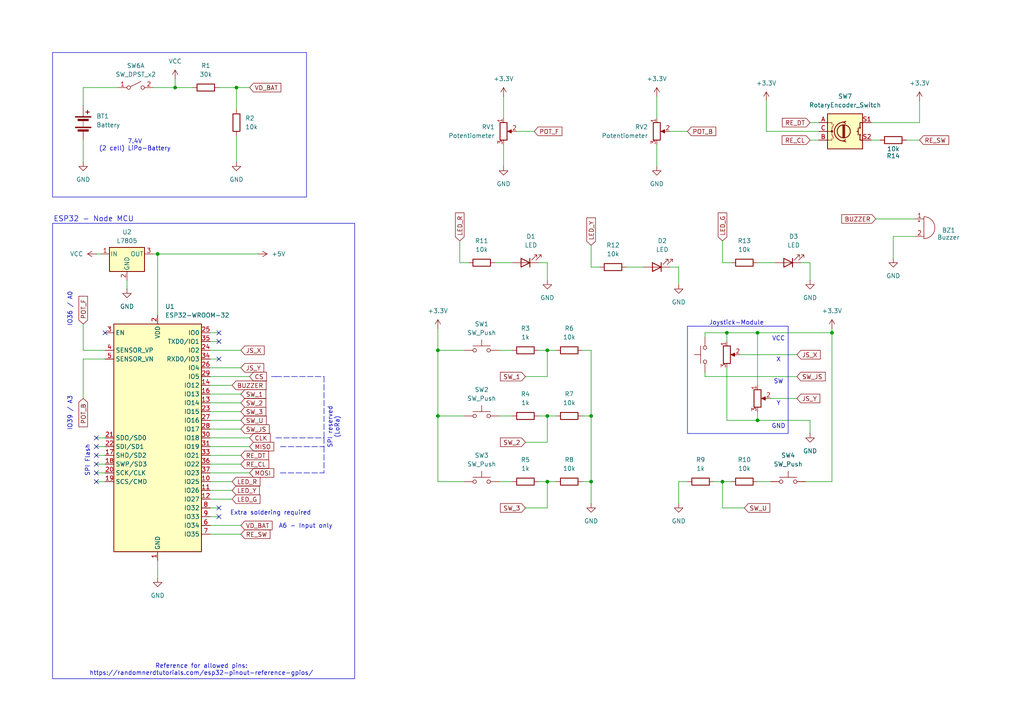
<source format=kicad_sch>
(kicad_sch (version 20231120) (generator "eeschema") (generator_version "8.0")
  (paper "A4")
  (title_block (title "SpellBox") (date "2024-11-05") (rev "Mk0.1.0") (company "Sy (Samuel Nösslböck) - CircleLab/CornerLab Inc."))
  (lib_symbols
    (symbol "Device:Battery" (pin_numbers hide) (pin_names (offset 0) hide)
      (property "Reference" "BT" (at 2.54 2.54 0))
      (property "Value" "Battery" (at 2.54 0 0))
      (symbol "Battery_0_1"
        (rectangle (start -2.286 -1.27) (end 2.286 -1.524) (fill (type outline)))
        (rectangle (start -2.286 1.778) (end 2.286 1.524) (fill (type outline)))
        (rectangle (start -1.524 -2.032) (end 1.524 -2.54) (fill (type outline)))
        (rectangle (start -1.524 1.016) (end 1.524 0.508) (fill (type outline)))
        (polyline (pts (xy 0 -1.016) (xy 0 -0.762)))
        (polyline (pts (xy 0 -0.508) (xy 0 -0.254)))
        (polyline (pts (xy 0 0) (xy 0 0.254)))
        (polyline (pts (xy 0 1.778) (xy 0 2.54)))
        (polyline (pts (xy 0.762 3.048) (xy 1.778 3.048)) (stroke (width 0.254)))
        (polyline (pts (xy 1.27 3.556) (xy 1.27 2.54)) (stroke (width 0.254)))
      )
      (symbol "Battery_1_1"
        (pin passive line (at 0 5.08 270) (length 2.54) (name "+") (number "1"))
        (pin passive line (at 0 -5.08 90) (length 2.54) (name "-") (number "2"))
      )
    )
    (symbol "Device:Buzzer" (pin_names (offset 0.0254) hide)
      (property "Reference" "BZ" (at 3.81 1.27 0))
      (property "Value" "Buzzer" (at 3.81 -1.27 0))
      (symbol "Buzzer_0_1"
        (arc (start 0 -3.175) (mid 3.1612 0) (end 0 3.175))
        (polyline (pts (xy -1.651 1.905) (xy -1.143 1.905)))
        (polyline (pts (xy -1.397 2.159) (xy -1.397 1.651)))
        (polyline (pts (xy 0 3.175) (xy 0 -3.175)))
      )
      (symbol "Buzzer_1_1"
        (pin passive line (at -2.54 2.54 0) (length 2.54) (name "+") (number "1"))
        (pin passive line (at -2.54 -2.54 0) (length 2.54) (name "-") (number "2"))
      )
    )
    (symbol "Device:LED" (pin_numbers hide) (pin_names (offset 1.016) hide)
      (property "Reference" "D" (at 0 2.54 0))
      (property "Value" "LED" (at 0 -2.54 0))
      (symbol "LED_0_1"
        (polyline (pts (xy -1.27 -1.27) (xy -1.27 1.27)) (stroke (width 0.254)))
        (polyline (pts (xy -1.27 0) (xy 1.27 0)))
        (polyline (pts (xy 1.27 -1.27) (xy 1.27 1.27) (xy -1.27 0) (xy 1.27 -1.27)) (stroke (width 0.254)))
        (polyline (pts (xy -3.048 -0.762) (xy -4.572 -2.286) (xy -3.81 -2.286) (xy -4.572 -2.286) (xy -4.572 -1.524)))
        (polyline (pts (xy -1.778 -0.762) (xy -3.302 -2.286) (xy -2.54 -2.286) (xy -3.302 -2.286) (xy -3.302 -1.524)))
      )
      (symbol "LED_1_1"
        (pin passive line (at -3.81 0 0) (length 2.54) (name "K") (number "1"))
        (pin passive line (at 3.81 0 180) (length 2.54) (name "A") (number "2"))
      )
    )
    (symbol "Device:R" (pin_numbers hide) (pin_names (offset 0))
      (property "Reference" "R" (at 2.032 0 90))
      (property "Value" "R" (at 0 0 90))
      (symbol "R_0_1"
        (rectangle (start -1.016 -2.54) (end 1.016 2.54) (stroke (width 0.254)))
      )
      (symbol "R_1_1"
        (pin passive line (at 0 3.81 270) (length 1.27) (name "~") (number "1"))
        (pin passive line (at 0 -3.81 90) (length 1.27) (name "~") (number "2"))
      )
    )
    (symbol "Device:R_Potentiometer" (pin_names (offset 1.016) hide)
      (property "Reference" "RV" (at -4.445 0 90))
      (property "Value" "R_Potentiometer" (at -2.54 0 90))
      (symbol "R_Potentiometer_0_1"
        (polyline (pts (xy 2.54 0) (xy 1.524 0)))
        (polyline (pts (xy 1.143 0) (xy 2.286 0.508) (xy 2.286 -0.508) (xy 1.143 0)) (fill (type outline)))
        (rectangle (start 1.016 2.54) (end -1.016 -2.54) (stroke (width 0.254)))
      )
      (symbol "R_Potentiometer_1_1"
        (pin passive line (at 0 3.81 270) (length 1.27) (name "1") (number "1"))
        (pin passive line (at 3.81 0 180) (length 1.27) (name "2") (number "2"))
        (pin passive line (at 0 -3.81 90) (length 1.27) (name "3") (number "3"))
      )
    )
    (symbol "Device:RotaryEncoder_Switch" (pin_names (offset 0.254) hide)
      (property "Reference" "SW" (at 0 6.604 0))
      (property "Value" "RotaryEncoder_Switch" (at 0 -6.604 0))
      (symbol "RotaryEncoder_Switch_0_1"
        (rectangle (start -5.08 5.08) (end 5.08 -5.08) (stroke (width 0.254)) (fill (type background)))
        (circle (center -3.81 0) (radius 0.254) (fill (type outline)))
        (circle (center -0.381 0) (radius 1.905) (stroke (width 0.254)))
        (arc (start -0.381 2.667) (mid -3.0988 -0.0635) (end -0.381 -2.794) (stroke (width 0.254)))
        (polyline (pts (xy -0.635 -1.778) (xy -0.635 1.778)) (stroke (width 0.254)))
        (polyline (pts (xy -0.381 -1.778) (xy -0.381 1.778)) (stroke (width 0.254)))
        (polyline (pts (xy -0.127 1.778) (xy -0.127 -1.778)) (stroke (width 0.254)))
        (polyline (pts (xy 3.81 0) (xy 3.429 0)) (stroke (width 0.254)))
        (polyline (pts (xy 3.81 1.016) (xy 3.81 -1.016)) (stroke (width 0.254)))
        (polyline (pts (xy -5.08 -2.54) (xy -3.81 -2.54) (xy -3.81 -2.032)))
        (polyline (pts (xy -5.08 2.54) (xy -3.81 2.54) (xy -3.81 2.032)))
        (polyline (pts (xy 0.254 -3.048) (xy -0.508 -2.794) (xy 0.127 -2.413)) (stroke (width 0.254)))
        (polyline (pts (xy 0.254 2.921) (xy -0.508 2.667) (xy 0.127 2.286)) (stroke (width 0.254)))
        (polyline (pts (xy 5.08 -2.54) (xy 4.318 -2.54) (xy 4.318 -1.016)) (stroke (width 0.254)))
        (polyline (pts (xy 5.08 2.54) (xy 4.318 2.54) (xy 4.318 1.016)) (stroke (width 0.254)))
        (polyline (pts (xy -5.08 0) (xy -3.81 0) (xy -3.81 -1.016) (xy -3.302 -2.032)))
        (polyline (pts (xy -4.318 0) (xy -3.81 0) (xy -3.81 1.016) (xy -3.302 2.032)))
        (circle (center 4.318 -1.016) (radius 0.127) (stroke (width 0.254)))
        (circle (center 4.318 1.016) (radius 0.127) (stroke (width 0.254)))
      )
      (symbol "RotaryEncoder_Switch_1_1"
        (pin passive line (at -7.62 2.54 0) (length 2.54) (name "A") (number "A"))
        (pin passive line (at -7.62 -2.54 0) (length 2.54) (name "B") (number "B"))
        (pin passive line (at -7.62 0 0) (length 2.54) (name "C") (number "C"))
        (pin passive line (at 7.62 2.54 180) (length 2.54) (name "S1") (number "S1"))
        (pin passive line (at 7.62 -2.54 180) (length 2.54) (name "S2") (number "S2"))
      )
    )
    (symbol "RF_Module:ESP32-WROOM-32"
      (property "Reference" "U" (at -12.7 34.29 0))
      (property "Value" "ESP32-WROOM-32" (at 1.27 34.29 0))
      (symbol "ESP32-WROOM-32_0_1"
        (rectangle (start -12.7 33.02) (end 12.7 -33.02) (stroke (width 0.254)) (fill (type background)))
      )
      (symbol "ESP32-WROOM-32_1_1"
        (pin power_in line (at 0 -35.56 90) (length 2.54) (name "GND") (number "1"))
        (pin bidirectional line (at 15.24 -12.7 180) (length 2.54) (name "IO25") (number "10"))
        (pin bidirectional line (at 15.24 -15.24 180) (length 2.54) (name "IO26") (number "11"))
        (pin bidirectional line (at 15.24 -17.78 180) (length 2.54) (name "IO27") (number "12"))
        (pin bidirectional line (at 15.24 10.16 180) (length 2.54) (name "IO14") (number "13"))
        (pin bidirectional line (at 15.24 15.24 180) (length 2.54) (name "IO12") (number "14"))
        (pin passive line (at 0 -35.56 90) (length 2.54) hide (name "GND") (number "15"))
        (pin bidirectional line (at 15.24 12.7 180) (length 2.54) (name "IO13") (number "16"))
        (pin bidirectional line (at -15.24 -5.08 0) (length 2.54) (name "SHD/SD2") (number "17"))
        (pin bidirectional line (at -15.24 -7.62 0) (length 2.54) (name "SWP/SD3") (number "18"))
        (pin bidirectional line (at -15.24 -12.7 0) (length 2.54) (name "SCS/CMD") (number "19"))
        (pin power_in line (at 0 35.56 270) (length 2.54) (name "VDD") (number "2"))
        (pin bidirectional line (at -15.24 -10.16 0) (length 2.54) (name "SCK/CLK") (number "20"))
        (pin bidirectional line (at -15.24 0 0) (length 2.54) (name "SDO/SD0") (number "21"))
        (pin bidirectional line (at -15.24 -2.54 0) (length 2.54) (name "SDI/SD1") (number "22"))
        (pin bidirectional line (at 15.24 7.62 180) (length 2.54) (name "IO15") (number "23"))
        (pin bidirectional line (at 15.24 25.4 180) (length 2.54) (name "IO2") (number "24"))
        (pin bidirectional line (at 15.24 30.48 180) (length 2.54) (name "IO0") (number "25"))
        (pin bidirectional line (at 15.24 20.32 180) (length 2.54) (name "IO4") (number "26"))
        (pin bidirectional line (at 15.24 5.08 180) (length 2.54) (name "IO16") (number "27"))
        (pin bidirectional line (at 15.24 2.54 180) (length 2.54) (name "IO17") (number "28"))
        (pin bidirectional line (at 15.24 17.78 180) (length 2.54) (name "IO5") (number "29"))
        (pin input line (at -15.24 30.48 0) (length 2.54) (name "EN") (number "3"))
        (pin bidirectional line (at 15.24 0 180) (length 2.54) (name "IO18") (number "30"))
        (pin bidirectional line (at 15.24 -2.54 180) (length 2.54) (name "IO19") (number "31"))
        (pin no_connect line (at -12.7 -27.94 0) (length 2.54) hide (name "NC") (number "32"))
        (pin bidirectional line (at 15.24 -5.08 180) (length 2.54) (name "IO21") (number "33"))
        (pin bidirectional line (at 15.24 22.86 180) (length 2.54) (name "RXD0/IO3") (number "34"))
        (pin bidirectional line (at 15.24 27.94 180) (length 2.54) (name "TXD0/IO1") (number "35"))
        (pin bidirectional line (at 15.24 -7.62 180) (length 2.54) (name "IO22") (number "36"))
        (pin bidirectional line (at 15.24 -10.16 180) (length 2.54) (name "IO23") (number "37"))
        (pin passive line (at 0 -35.56 90) (length 2.54) hide (name "GND") (number "38"))
        (pin passive line (at 0 -35.56 90) (length 2.54) hide (name "GND") (number "39"))
        (pin input line (at -15.24 25.4 0) (length 2.54) (name "SENSOR_VP") (number "4"))
        (pin input line (at -15.24 22.86 0) (length 2.54) (name "SENSOR_VN") (number "5"))
        (pin input line (at 15.24 -25.4 180) (length 2.54) (name "IO34") (number "6"))
        (pin input line (at 15.24 -27.94 180) (length 2.54) (name "IO35") (number "7"))
        (pin bidirectional line (at 15.24 -20.32 180) (length 2.54) (name "IO32") (number "8"))
        (pin bidirectional line (at 15.24 -22.86 180) (length 2.54) (name "IO33") (number "9"))
      )
    )
    (symbol "Regulator_Linear:L7805" (pin_names (offset 0.254))
      (property "Reference" "U" (at -3.81 3.175 0))
      (property "Value" "L7805" (at 0 3.175 0))
      (symbol "L7805_0_1"
        (rectangle (start -5.08 1.905) (end 5.08 -5.08) (stroke (width 0.254)) (fill (type background)))
      )
      (symbol "L7805_1_1"
        (pin power_in line (at -7.62 0 0) (length 2.54) (name "IN") (number "1"))
        (pin power_in line (at 0 -7.62 90) (length 2.54) (name "GND") (number "2"))
        (pin power_out line (at 7.62 0 180) (length 2.54) (name "OUT") (number "3"))
      )
    )
    (symbol "Switch:SW_DPST_x2" (pin_names (offset 0) hide)
      (property "Reference" "SW" (at 0 3.175 0))
      (property "Value" "SW_DPST_x2" (at 0 -2.54 0))
      (symbol "SW_DPST_x2_0_0"
        (circle (center -2.032 0) (radius 0.508))
        (polyline (pts (xy -1.524 0.254) (xy 1.524 1.778)))
        (circle (center 2.032 0) (radius 0.508))
      )
      (symbol "SW_DPST_x2_1_1"
        (pin passive line (at -5.08 0 0) (length 2.54) (name "A") (number "1"))
        (pin passive line (at 5.08 0 180) (length 2.54) (name "B") (number "2"))
      )
      (symbol "SW_DPST_x2_2_1"
        (pin passive line (at -5.08 0 0) (length 2.54) (name "A") (number "3"))
        (pin passive line (at 5.08 0 180) (length 2.54) (name "B") (number "4"))
      )
    )
    (symbol "Switch:SW_Push" (pin_numbers hide) (pin_names (offset 1.016) hide)
      (property "Reference" "SW" (at 1.27 2.54 0))
      (property "Value" "SW_Push" (at 0 -1.524 0))
      (symbol "SW_Push_0_1"
        (circle (center -2.032 0) (radius 0.508))
        (polyline (pts (xy 0 1.27) (xy 0 3.048)))
        (polyline (pts (xy 2.54 1.27) (xy -2.54 1.27)))
        (circle (center 2.032 0) (radius 0.508))
        (pin passive line (at -5.08 0 0) (length 2.54) (name "1") (number "1"))
        (pin passive line (at 5.08 0 180) (length 2.54) (name "2") (number "2"))
      )
    )
    (symbol "power:+3.3V" (power) (pin_numbers hide) (pin_names (offset 0) hide)
      (property "Value" "+3.3V" (at 0 3.556 0))
      (symbol "+3.3V_0_1"
        (polyline (pts (xy -0.762 1.27) (xy 0 2.54)))
        (polyline (pts (xy 0 0) (xy 0 2.54)))
        (polyline (pts (xy 0 2.54) (xy 0.762 1.27)))
      )
      (symbol "+3.3V_1_1"
        (pin power_in line (at 0 0 90) (length 0) (name "~") (number "1"))
      )
    )
    (symbol "power:+5V" (power) (pin_numbers hide) (pin_names (offset 0) hide)
      (property "Value" "+5V" (at 0 3.556 0))
      (symbol "+5V_0_1"
        (polyline (pts (xy -0.762 1.27) (xy 0 2.54)))
        (polyline (pts (xy 0 0) (xy 0 2.54)))
        (polyline (pts (xy 0 2.54) (xy 0.762 1.27)))
      )
      (symbol "+5V_1_1"
        (pin power_in line (at 0 0 90) (length 0) (name "~") (number "1"))
      )
    )
    (symbol "power:GND" (power) (pin_numbers hide) (pin_names (offset 0) hide)
      (property "Value" "GND" (at 0 -3.81 0))
      (symbol "GND_0_1"
        (polyline (pts (xy 0 0) (xy 0 -1.27) (xy 1.27 -1.27) (xy 0 -2.54) (xy -1.27 -1.27) (xy 0 -1.27)))
      )
      (symbol "GND_1_1"
        (pin power_in line (at 0 0 270) (length 0) (name "~") (number "1"))
      )
    )
    (symbol "power:VCC" (power) (pin_numbers hide) (pin_names (offset 0) hide)
      (property "Value" "VCC" (at 0 3.556 0))
      (symbol "VCC_0_1"
        (polyline (pts (xy -0.762 1.27) (xy 0 2.54)))
        (polyline (pts (xy 0 0) (xy 0 2.54)))
        (polyline (pts (xy 0 2.54) (xy 0.762 1.27)))
      )
      (symbol "VCC_1_1"
        (pin power_in line (at 0 0 90) (length 0) (name "~") (number "1"))
      )
    )
  )
  (junction (at 171.45 120.65))
  (junction (at 219.71 96.52))
  (junction (at 158.75 120.65))
  (junction (at 127 120.65))
  (junction (at 209.55 139.7))
  (junction (at 50.8 25.4))
  (junction (at 171.45 139.7))
  (junction (at 210.82 96.52))
  (junction (at 45.72 73.66))
  (junction (at 127 101.6))
  (junction (at 241.3 96.52))
  (junction (at 158.75 101.6))
  (junction (at 68.58 25.4))
  (junction (at 219.71 121.92))
  (junction (at 158.75 139.7))
  (no_connect (at 27.94 127))
  (no_connect (at 63.5 96.52))
  (no_connect (at 63.5 147.32))
  (no_connect (at 30.48 96.52))
  (no_connect (at 27.94 134.62))
  (no_connect (at 63.5 149.86))
  (no_connect (at 63.5 104.14))
  (no_connect (at 27.94 137.16))
  (no_connect (at 27.94 129.54))
  (no_connect (at 27.94 139.7))
  (no_connect (at 27.94 132.08))
  (no_connect (at 63.5 99.06))
  (wire (pts (xy 210.82 121.92) (xy 219.71 121.92)))
  (wire (pts (xy 259.08 74.93) (xy 259.08 68.58)))
  (wire (pts (xy 194.31 38.1) (xy 199.39 38.1)))
  (wire (pts (xy 241.3 96.52) (xy 241.3 95.25)))
  (wire (pts (xy 209.55 139.7) (xy 212.09 139.7)))
  (wire (pts (xy 27.94 127) (xy 30.48 127)))
  (wire (pts (xy 259.08 68.58) (xy 265.43 68.58)))
  (wire (pts (xy 171.45 71.12) (xy 171.45 77.47)))
  (wire (pts (xy 210.82 96.52) (xy 219.71 96.52)))
  (wire (pts (xy 219.71 96.52) (xy 219.71 111.76)))
  (polyline (pts (xy 80.01 109.22) (xy 93.98 109.22)) (stroke (width 0) (type dash)))
  (wire (pts (xy 68.58 39.37) (xy 68.58 46.99)))
  (wire (pts (xy 44.45 73.66) (xy 45.72 73.66)))
  (wire (pts (xy 45.72 162.56) (xy 45.72 167.64)))
  (wire (pts (xy 158.75 120.65) (xy 161.29 120.65)))
  (wire (pts (xy 241.3 96.52) (xy 241.3 139.7)))
  (wire (pts (xy 27.94 73.66) (xy 29.21 73.66)))
  (wire (pts (xy 24.13 104.14) (xy 30.48 104.14)))
  (wire (pts (xy 204.47 109.22) (xy 231.14 109.22)))
  (wire (pts (xy 50.8 25.4) (xy 55.88 25.4)))
  (wire (pts (xy 152.4 109.22) (xy 158.75 109.22)))
  (wire (pts (xy 219.71 96.52) (xy 241.3 96.52)))
  (wire (pts (xy 158.75 139.7) (xy 161.29 139.7)))
  (polyline (pts (xy 93.98 127) (xy 93.98 129.54)) (stroke (width 0) (type dash)))
  (wire (pts (xy 168.91 101.6) (xy 171.45 101.6)))
  (wire (pts (xy 60.96 109.22) (xy 72.39 109.22)))
  (wire (pts (xy 127 95.25) (xy 127 101.6)))
  (wire (pts (xy 232.41 76.2) (xy 234.95 76.2)))
  (wire (pts (xy 36.83 81.28) (xy 36.83 83.82)))
  (wire (pts (xy 60.96 121.92) (xy 69.85 121.92)))
  (wire (pts (xy 196.85 146.05) (xy 196.85 139.7)))
  (wire (pts (xy 63.5 25.4) (xy 68.58 25.4)))
  (wire (pts (xy 60.96 124.46) (xy 69.85 124.46)))
  (wire (pts (xy 44.45 25.4) (xy 50.8 25.4)))
  (wire (pts (xy 127 101.6) (xy 127 120.65)))
  (wire (pts (xy 27.94 137.16) (xy 30.48 137.16)))
  (wire (pts (xy 222.25 29.21) (xy 222.25 38.1)))
  (wire (pts (xy 209.55 76.2) (xy 212.09 76.2)))
  (wire (pts (xy 204.47 109.22) (xy 204.47 107.95)))
  (wire (pts (xy 144.78 139.7) (xy 148.59 139.7)))
  (wire (pts (xy 68.58 25.4) (xy 72.39 25.4)))
  (wire (pts (xy 127 120.65) (xy 127 139.7)))
  (wire (pts (xy 60.96 132.08) (xy 69.85 132.08)))
  (wire (pts (xy 215.9 147.32) (xy 209.55 147.32)))
  (wire (pts (xy 127 139.7) (xy 134.62 139.7)))
  (wire (pts (xy 60.96 144.78) (xy 67.31 144.78)))
  (wire (pts (xy 209.55 69.85) (xy 209.55 76.2)))
  (wire (pts (xy 241.3 139.7) (xy 233.68 139.7)))
  (wire (pts (xy 60.96 152.4) (xy 69.85 152.4)))
  (wire (pts (xy 133.35 69.85) (xy 133.35 76.2)))
  (wire (pts (xy 149.86 38.1) (xy 154.94 38.1)))
  (wire (pts (xy 60.96 154.94) (xy 69.85 154.94)))
  (wire (pts (xy 190.5 27.94) (xy 190.5 34.29)))
  (wire (pts (xy 127 101.6) (xy 134.62 101.6)))
  (wire (pts (xy 146.05 27.94) (xy 146.05 34.29)))
  (wire (pts (xy 144.78 120.65) (xy 148.59 120.65)))
  (wire (pts (xy 171.45 139.7) (xy 171.45 146.05)))
  (polyline (pts (xy 93.98 129.54) (xy 93.98 137.16)) (stroke (width 0) (type dash)))
  (wire (pts (xy 60.96 134.62) (xy 69.85 134.62)))
  (wire (pts (xy 194.31 77.47) (xy 196.85 77.47)))
  (wire (pts (xy 234.95 76.2) (xy 234.95 81.28)))
  (wire (pts (xy 152.4 128.27) (xy 158.75 128.27)))
  (wire (pts (xy 60.96 127) (xy 72.39 127)))
  (wire (pts (xy 60.96 114.3) (xy 69.85 114.3)))
  (wire (pts (xy 144.78 101.6) (xy 148.59 101.6)))
  (wire (pts (xy 156.21 101.6) (xy 158.75 101.6)))
  (wire (pts (xy 27.94 132.08) (xy 30.48 132.08)))
  (wire (pts (xy 210.82 106.68) (xy 210.82 121.92)))
  (wire (pts (xy 252.73 40.64) (xy 255.27 40.64)))
  (wire (pts (xy 24.13 93.98) (xy 24.13 101.6)))
  (wire (pts (xy 146.05 41.91) (xy 146.05 48.26)))
  (wire (pts (xy 171.45 101.6) (xy 171.45 120.65)))
  (wire (pts (xy 171.45 77.47) (xy 173.99 77.47)))
  (wire (pts (xy 196.85 139.7) (xy 199.39 139.7)))
  (wire (pts (xy 60.96 96.52) (xy 63.5 96.52)))
  (wire (pts (xy 219.71 119.38) (xy 219.71 121.92)))
  (wire (pts (xy 24.13 40.64) (xy 24.13 46.99)))
  (wire (pts (xy 252.73 35.56) (xy 266.7 35.56)))
  (wire (pts (xy 181.61 77.47) (xy 186.69 77.47)))
  (wire (pts (xy 158.75 101.6) (xy 161.29 101.6)))
  (wire (pts (xy 204.47 97.79) (xy 204.47 96.52)))
  (wire (pts (xy 158.75 128.27) (xy 158.75 120.65)))
  (wire (pts (xy 60.96 129.54) (xy 72.39 129.54)))
  (wire (pts (xy 210.82 99.06) (xy 210.82 96.52)))
  (polyline (pts (xy 78.74 109.22) (xy 80.01 109.22)))
  (wire (pts (xy 60.96 104.14) (xy 63.5 104.14)))
  (wire (pts (xy 196.85 77.47) (xy 196.85 82.55)))
  (wire (pts (xy 60.96 116.84) (xy 69.85 116.84)))
  (wire (pts (xy 234.95 40.64) (xy 237.49 40.64)))
  (wire (pts (xy 158.75 109.22) (xy 158.75 101.6)))
  (wire (pts (xy 219.71 76.2) (xy 224.79 76.2)))
  (wire (pts (xy 60.96 99.06) (xy 63.5 99.06)))
  (polyline (pts (xy 93.98 109.22) (xy 93.98 127)) (stroke (width 0) (type dash)))
  (wire (pts (xy 60.96 111.76) (xy 67.31 111.76)))
  (wire (pts (xy 68.58 25.4) (xy 68.58 31.75)))
  (wire (pts (xy 24.13 101.6) (xy 30.48 101.6)))
  (polyline (pts (xy 80.01 127) (xy 93.98 127)) (stroke (width 0) (type dash)))
  (wire (pts (xy 234.95 121.92) (xy 234.95 125.73)))
  (wire (pts (xy 266.7 35.56) (xy 266.7 29.21)))
  (wire (pts (xy 50.8 22.86) (xy 50.8 25.4)))
  (wire (pts (xy 207.01 139.7) (xy 209.55 139.7)))
  (wire (pts (xy 156.21 120.65) (xy 158.75 120.65)))
  (wire (pts (xy 45.72 73.66) (xy 45.72 91.44)))
  (wire (pts (xy 60.96 139.7) (xy 67.31 139.7)))
  (wire (pts (xy 190.5 41.91) (xy 190.5 48.26)))
  (wire (pts (xy 152.4 147.32) (xy 158.75 147.32)))
  (wire (pts (xy 219.71 139.7) (xy 223.52 139.7)))
  (wire (pts (xy 27.94 129.54) (xy 30.48 129.54)))
  (wire (pts (xy 209.55 147.32) (xy 209.55 139.7)))
  (wire (pts (xy 60.96 101.6) (xy 69.85 101.6)))
  (wire (pts (xy 27.94 134.62) (xy 30.48 134.62)))
  (wire (pts (xy 171.45 120.65) (xy 171.45 139.7)))
  (wire (pts (xy 24.13 25.4) (xy 34.29 25.4)))
  (wire (pts (xy 223.52 115.57) (xy 231.14 115.57)))
  (wire (pts (xy 60.96 137.16) (xy 72.39 137.16)))
  (wire (pts (xy 60.96 147.32) (xy 63.5 147.32)))
  (wire (pts (xy 262.89 40.64) (xy 266.7 40.64)))
  (wire (pts (xy 254 63.5) (xy 265.43 63.5)))
  (wire (pts (xy 171.45 120.65) (xy 168.91 120.65)))
  (wire (pts (xy 214.63 102.87) (xy 231.14 102.87)))
  (wire (pts (xy 143.51 76.2) (xy 148.59 76.2)))
  (wire (pts (xy 171.45 139.7) (xy 168.91 139.7)))
  (wire (pts (xy 219.71 121.92) (xy 234.95 121.92)))
  (wire (pts (xy 156.21 139.7) (xy 158.75 139.7)))
  (wire (pts (xy 222.25 38.1) (xy 237.49 38.1)))
  (wire (pts (xy 127 120.65) (xy 134.62 120.65)))
  (wire (pts (xy 158.75 147.32) (xy 158.75 139.7)))
  (wire (pts (xy 60.96 149.86) (xy 63.5 149.86)))
  (wire (pts (xy 133.35 76.2) (xy 135.89 76.2)))
  (wire (pts (xy 45.72 73.66) (xy 74.93 73.66)))
  (wire (pts (xy 156.21 76.2) (xy 158.75 76.2)))
  (polyline (pts (xy 81.28 129.54) (xy 93.98 129.54)) (stroke (width 0) (type dash)))
  (wire (pts (xy 60.96 142.24) (xy 67.31 142.24)))
  (wire (pts (xy 158.75 76.2) (xy 158.75 81.28)))
  (wire (pts (xy 60.96 119.38) (xy 69.85 119.38)))
  (wire (pts (xy 60.96 106.68) (xy 69.85 106.68)))
  (wire (pts (xy 27.94 139.7) (xy 30.48 139.7)))
  (polyline (pts (xy 81.28 137.16) (xy 93.98 137.16)) (stroke (width 0) (type dash)))
  (wire (pts (xy 204.47 96.52) (xy 210.82 96.52)))
  (wire (pts (xy 24.13 25.4) (xy 24.13 30.48)))
  (wire (pts (xy 234.95 35.56) (xy 237.49 35.56)))
  (wire (pts (xy 24.13 104.14) (xy 24.13 115.57)))
  (rectangle (start 199.39 94.615) (end 228.6 125.73))
  (rectangle (start 15.24 64.77) (end 102.87 196.85))
  (rectangle (start 15.24 15.24) (end 88.9 57.15))
  (text "A6 - Input only" (at 88.646 152.654 0) (effects (font (size 1.27 1.27))))
  (text "Reference for allowed pins:\nhttps://randomnerdtutorials.com/esp32-pinout-reference-gpios/" (at 58.42 194.31 0) (effects (font (size 1.27 1.27))))
  (text "Joystick-Module" (at 213.614 93.726 0) (effects (font (size 1.27 1.27))))
  (text "GND" (at 225.806 123.698 0) (effects (font (size 1.27 1.27))))
  (text "SW" (at 225.806 110.744 0) (effects (font (size 1.27 1.27))))
  (text "IO39 / A3" (at 20.32 119.888 90) (effects (font (size 1.27 1.27))))
  (text "SPI Flash" (at 25.4 133.604 90) (effects (font (size 1.27 1.27))))
  (text "VCC" (at 225.806 98.298 0) (effects (font (size 1.27 1.27))))
  (text "ESP32 - Node MCU" (at 15.494 64.516 0) (effects (font (size 1.524 1.524)) (justify left bottom)))
  (text "Y" (at 225.806 117.094 0) (effects (font (size 1.27 1.27))))
  (text "7.4V\n(2 cell) LiPo-Battery" (at 39.116 42.164 0) (effects (font (size 1.27 1.27))))
  (text "X" (at 225.806 104.394 0) (effects (font (size 1.27 1.27))))
  (text "SPI reserved\n(LoRa)" (at 96.774 123.952 90) (effects (font (size 1.27 1.27))))
  (text "IO36 / A0" (at 20.32 89.662 90) (effects (font (size 1.27 1.27))))
  (text "Extra soldering required" (at 78.486 148.844 0) (effects (font (size 1.27 1.27))))
  (global_label "RE_CL" (shape input) (at 69.85 134.62 0) (property "Intersheetrefs" "${INTERSHEET_REFS}" (effects (hide yes))))
  (global_label "SW_U" (shape input) (at 215.9 147.32 0) (property "Intersheetrefs" "${INTERSHEET_REFS}" (effects (hide yes))))
  (global_label "LED_R" (shape input) (at 133.35 69.85 90) (property "Intersheetrefs" "${INTERSHEET_REFS}" (effects (hide yes))))
  (global_label "RE_SW" (shape input) (at 69.85 154.94 0) (property "Intersheetrefs" "${INTERSHEET_REFS}" (effects (hide yes))))
  (global_label "SW_2" (shape input) (at 152.4 128.27 180) (property "Intersheetrefs" "${INTERSHEET_REFS}" (effects (hide yes))))
  (global_label "SW_U" (shape input) (at 69.85 121.92 0) (property "Intersheetrefs" "${INTERSHEET_REFS}" (effects (hide yes))))
  (global_label "VD_BAT" (shape input) (at 69.85 152.4 0) (property "Intersheetrefs" "${INTERSHEET_REFS}" (effects (hide yes))))
  (global_label "RE_CL" (shape input) (at 234.95 40.64 180) (property "Intersheetrefs" "${INTERSHEET_REFS}" (effects (hide yes))))
  (global_label "MISO" (shape input) (at 72.39 129.54 0) (property "Intersheetrefs" "${INTERSHEET_REFS}" (effects (hide yes))))
  (global_label "JS_X" (shape input) (at 231.14 102.87 0) (property "Intersheetrefs" "${INTERSHEET_REFS}" (effects (hide yes))))
  (global_label "LED_Y" (shape input) (at 171.45 71.12 90) (property "Intersheetrefs" "${INTERSHEET_REFS}" (effects (hide yes))))
  (global_label "SW_1" (shape input) (at 69.85 114.3 0) (property "Intersheetrefs" "${INTERSHEET_REFS}" (effects (hide yes))))
  (global_label "SW_2" (shape input) (at 69.85 116.84 0) (property "Intersheetrefs" "${INTERSHEET_REFS}" (effects (hide yes))))
  (global_label "LED_G" (shape input) (at 209.55 69.85 90) (property "Intersheetrefs" "${INTERSHEET_REFS}" (effects (hide yes))))
  (global_label "POT_F" (shape input) (at 154.94 38.1 0) (property "Intersheetrefs" "${INTERSHEET_REFS}" (effects (hide yes))))
  (global_label "SW_JS" (shape input) (at 231.14 109.22 0) (property "Intersheetrefs" "${INTERSHEET_REFS}" (effects (hide yes))))
  (global_label "BUZZER" (shape input) (at 254 63.5 180) (property "Intersheetrefs" "${INTERSHEET_REFS}" (effects (hide yes))))
  (global_label "CS" (shape input) (at 72.39 109.22 0) (property "Intersheetrefs" "${INTERSHEET_REFS}" (effects (hide yes))))
  (global_label "BUZZER" (shape input) (at 67.31 111.76 0) (property "Intersheetrefs" "${INTERSHEET_REFS}" (effects (hide yes))))
  (global_label "LED_G" (shape input) (at 67.31 144.78 0) (property "Intersheetrefs" "${INTERSHEET_REFS}" (effects (hide yes))))
  (global_label "POT_B" (shape input) (at 24.13 115.57 270) (property "Intersheetrefs" "${INTERSHEET_REFS}" (effects (hide yes))))
  (global_label "RE_DT" (shape input) (at 234.95 35.56 180) (property "Intersheetrefs" "${INTERSHEET_REFS}" (effects (hide yes))))
  (global_label "JS_Y" (shape input) (at 69.85 106.68 0) (property "Intersheetrefs" "${INTERSHEET_REFS}" (effects (hide yes))))
  (global_label "LED_Y" (shape input) (at 67.31 142.24 0) (property "Intersheetrefs" "${INTERSHEET_REFS}" (effects (hide yes))))
  (global_label "LED_R" (shape input) (at 67.31 139.7 0) (property "Intersheetrefs" "${INTERSHEET_REFS}" (effects (hide yes))))
  (global_label "VD_BAT" (shape input) (at 72.39 25.4 0) (property "Intersheetrefs" "${INTERSHEET_REFS}" (effects (hide yes))))
  (global_label "CLK" (shape input) (at 72.39 127 0) (property "Intersheetrefs" "${INTERSHEET_REFS}" (effects (hide yes))))
  (global_label "SW_1" (shape input) (at 152.4 109.22 180) (property "Intersheetrefs" "${INTERSHEET_REFS}" (effects (hide yes))))
  (global_label "SW_JS" (shape input) (at 69.85 124.46 0) (property "Intersheetrefs" "${INTERSHEET_REFS}" (effects (hide yes))))
  (global_label "RE_SW" (shape input) (at 266.7 40.64 0) (property "Intersheetrefs" "${INTERSHEET_REFS}" (effects (hide yes))))
  (global_label "SW_3" (shape input) (at 152.4 147.32 180) (property "Intersheetrefs" "${INTERSHEET_REFS}" (effects (hide yes))))
  (global_label "SW_3" (shape input) (at 69.85 119.38 0) (property "Intersheetrefs" "${INTERSHEET_REFS}" (effects (hide yes))))
  (global_label "POT_B" (shape input) (at 199.39 38.1 0) (property "Intersheetrefs" "${INTERSHEET_REFS}" (effects (hide yes))))
  (global_label "JS_X" (shape input) (at 69.85 101.6 0) (property "Intersheetrefs" "${INTERSHEET_REFS}" (effects (hide yes))))
  (global_label "MOSI" (shape input) (at 72.39 137.16 0) (property "Intersheetrefs" "${INTERSHEET_REFS}" (effects (hide yes))))
  (global_label "JS_Y" (shape input) (at 231.14 115.57 0) (property "Intersheetrefs" "${INTERSHEET_REFS}" (effects (hide yes))))
  (global_label "POT_F" (shape input) (at 24.13 93.98 90) (property "Intersheetrefs" "${INTERSHEET_REFS}" (effects (hide yes))))
  (global_label "RE_DT" (shape input) (at 69.85 132.08 0) (property "Intersheetrefs" "${INTERSHEET_REFS}" (effects (hide yes))))
  (symbol (lib_id "power:GND") (at 24.13 46.99 0) (unit 1)
    (property "Reference" "#PWR01" (effects (hide yes)))
    (property "Value" "GND" (at 24.13 52.07 0))
    (property "Description" "Power symbol creates a global label with name \"GND\" , ground" (effects (hide yes)))
  )
  (symbol (lib_id "Device:Buzzer") (at 267.97 66.04 0) (unit 1)
    (property "Reference" "BZ1" (at 277.114 66.802 0) (effects (justify right)))
    (property "Value" "Buzzer" (at 278.384 68.834 0) (effects (justify right)))
    (property "Description" "Buzzer, polarized" (effects (hide yes)))
  )
  (symbol (lib_id "Device:R") (at 139.7 76.2 270) (unit 1)
    (property "Reference" "R11" (at 139.7 69.85 90))
    (property "Value" "10k" (at 139.7 72.39 90))
    (property "Description" "Resistor" (effects (hide yes)))
  )
  (symbol (lib_id "Device:R") (at 215.9 76.2 270) (unit 1)
    (property "Reference" "R13" (at 215.9 69.85 90))
    (property "Value" "10k" (at 215.9 72.39 90))
    (property "Description" "Resistor" (effects (hide yes)))
  )
  (symbol (lib_id "power:GND") (at 36.83 83.82 0) (unit 1)
    (property "Reference" "#PWR04" (effects (hide yes)))
    (property "Value" "GND" (at 36.83 88.9 0))
    (property "Description" "Power symbol creates a global label with name \"GND\" , ground" (effects (hide yes)))
  )
  (symbol (lib_id "power:GND") (at 196.85 82.55 0) (unit 1)
    (property "Reference" "#PWR022" (effects (hide yes)))
    (property "Value" "GND" (at 196.85 87.63 0))
    (property "Description" "Power symbol creates a global label with name \"GND\" , ground" (effects (hide yes)))
  )
  (symbol (lib_id "RF_Module:ESP32-WROOM-32") (at 45.72 127 0) (unit 1)
    (property "Reference" "U1" (at 47.9141 88.9 0) (effects (justify left)))
    (property "Value" "ESP32-WROOM-32" (at 47.9141 91.44 0) (effects (justify left)))
    (property "Footprint" "RF_Module:ESP32-WROOM-32" (effects (hide yes)))
    (property "Datasheet" "https://www.espressif.com/sites/default/files/documentation/esp32-wroom-32_datasheet_en.pdf" (effects (hide yes)))
    (property "Description" "RF Module, ESP32-D0WDQ6 SoC, Wi-Fi 802.11b/g/n, Bluetooth, BLE, 32-bit, 2.7-3.6V, onboard antenna, SMD" (effects (hide yes)))
  )
  (symbol (lib_id "power:+3.3V") (at 241.3 95.25 0) (unit 1)
    (property "Reference" "#PWR015" (effects (hide yes)))
    (property "Value" "+3.3V" (at 241.3 90.17 0))
    (property "Description" "Power symbol creates a global label with name \"+3.3V\"" (effects (hide yes)))
  )
  (symbol (lib_id "Device:R") (at 259.08 40.64 270) (unit 1)
    (property "Reference" "R14" (at 259.08 45.212 90))
    (property "Value" "10k" (at 259.08 43.18 90))
    (property "Description" "Resistor" (effects (hide yes)))
  )
  (symbol (lib_id "Device:LED") (at 228.6 76.2 180) (unit 1)
    (property "Reference" "D3" (at 230.1875 68.58 0))
    (property "Value" "LED" (at 230.1875 71.12 0))
    (property "Description" "Light emitting diode" (effects (hide yes)))
  )
  (symbol (lib_id "Device:R_Potentiometer") (at 190.5 38.1 0) (unit 1)
    (property "Reference" "RV2" (at 187.96 36.8299 0) (effects (justify right)))
    (property "Value" "Potentiometer" (at 187.96 39.3699 0) (effects (justify right)))
    (property "Description" "Potentiometer" (effects (hide yes)))
  )
  (symbol (lib_id "power:GND") (at 45.72 167.64 0) (unit 1)
    (property "Reference" "#PWR05" (effects (hide yes)))
    (property "Value" "GND" (at 45.72 172.72 0))
    (property "Description" "Power symbol creates a global label with name \"GND\" , ground" (effects (hide yes)))
  )
  (symbol (lib_id "power:GND") (at 68.58 46.99 0) (unit 1)
    (property "Reference" "#PWR08" (effects (hide yes)))
    (property "Value" "GND" (at 68.58 52.07 0))
    (property "Description" "Power symbol creates a global label with name \"GND\" , ground" (effects (hide yes)))
  )
  (symbol (lib_id "Switch:SW_Push") (at 204.47 102.87 90) (unit 1)
    (property "Reference" "SW5" (effects (hide yes)))
    (property "Value" "SW_Push" (effects (hide yes)))
    (property "Description" "Push button switch, generic, two pins" (effects (hide yes)))
  )
  (symbol (lib_id "Device:R") (at 152.4 101.6 270) (unit 1)
    (property "Reference" "R3" (at 152.4 95.25 90))
    (property "Value" "1k" (at 152.4 97.79 90))
    (property "Description" "Resistor" (effects (hide yes)))
  )
  (symbol (lib_id "power:+5V") (at 74.93 73.66 270) (unit 1)
    (property "Reference" "#PWR06" (effects (hide yes)))
    (property "Value" "+5V" (at 78.74 73.6599 90) (effects (justify left)))
    (property "Description" "Power symbol creates a global label with name \"+5V\"" (effects (hide yes)))
  )
  (symbol (lib_id "Switch:SW_Push") (at 139.7 101.6 0) (unit 1)
    (property "Reference" "SW1" (at 139.7 93.98 0))
    (property "Value" "SW_Push" (at 139.7 96.52 0))
    (property "Description" "Push button switch, generic, two pins" (effects (hide yes)))
  )
  (symbol (lib_id "Device:R") (at 152.4 120.65 270) (unit 1)
    (property "Reference" "R4" (at 152.4 114.3 90))
    (property "Value" "1k" (at 152.4 116.84 90))
    (property "Description" "Resistor" (effects (hide yes)))
  )
  (symbol (lib_id "Device:LED") (at 190.5 77.47 180) (unit 1)
    (property "Reference" "D2" (at 192.0875 69.85 0))
    (property "Value" "LED" (at 192.0875 72.39 0))
    (property "Description" "Light emitting diode" (effects (hide yes)))
  )
  (symbol (lib_id "Device:R") (at 152.4 139.7 270) (unit 1)
    (property "Reference" "R5" (at 152.4 133.35 90))
    (property "Value" "1k" (at 152.4 135.89 90))
    (property "Description" "Resistor" (effects (hide yes)))
  )
  (symbol (lib_id "Device:R") (at 203.2 139.7 270) (unit 1)
    (property "Reference" "R9" (at 203.2 133.35 90))
    (property "Value" "1k" (at 203.2 135.89 90))
    (property "Description" "Resistor" (effects (hide yes)))
  )
  (symbol (lib_id "power:GND") (at 146.05 48.26 0) (unit 1)
    (property "Reference" "#PWR011" (effects (hide yes)))
    (property "Value" "GND" (at 146.05 53.34 0))
    (property "Description" "Power symbol creates a global label with name \"GND\" , ground" (effects (hide yes)))
  )
  (symbol (lib_id "power:+3.3V") (at 146.05 27.94 0) (unit 1)
    (property "Reference" "#PWR010" (effects (hide yes)))
    (property "Value" "+3.3V" (at 146.05 22.86 0))
    (property "Description" "Power symbol creates a global label with name \"+3.3V\"" (effects (hide yes)))
  )
  (symbol (lib_id "Device:Battery") (at 24.13 35.56 0) (unit 1)
    (property "Reference" "BT1" (at 27.94 33.7184 0) (effects (justify left)))
    (property "Value" "Battery" (at 27.94 36.2584 0) (effects (justify left)))
    (property "Description" "Multiple-cell battery" (effects (hide yes)))
  )
  (symbol (lib_id "Device:LED") (at 152.4 76.2 180) (unit 1)
    (property "Reference" "D1" (at 153.9875 68.58 0))
    (property "Value" "LED" (at 153.9875 71.12 0))
    (property "Description" "Light emitting diode" (effects (hide yes)))
  )
  (symbol (lib_id "power:+3.3V") (at 222.25 29.21 0) (unit 1)
    (property "Reference" "#PWR018" (effects (hide yes)))
    (property "Value" "+3.3V" (at 222.25 24.13 0))
    (property "Description" "Power symbol creates a global label with name \"+3.3V\"" (effects (hide yes)))
  )
  (symbol (lib_id "Switch:SW_Push") (at 139.7 139.7 0) (unit 1)
    (property "Reference" "SW3" (at 139.7 132.08 0))
    (property "Value" "SW_Push" (at 139.7 134.62 0))
    (property "Description" "Push button switch, generic, two pins" (effects (hide yes)))
  )
  (symbol (lib_id "power:+3.3V") (at 266.7 29.21 0) (unit 1)
    (property "Reference" "#PWR020" (effects (hide yes)))
    (property "Value" "+3.3V" (at 266.7 24.13 0))
    (property "Description" "Power symbol creates a global label with name \"+3.3V\"" (effects (hide yes)))
  )
  (symbol (lib_id "Device:R") (at 165.1 101.6 270) (unit 1)
    (property "Reference" "R6" (at 165.1 95.25 90))
    (property "Value" "10k" (at 165.1 97.79 90))
    (property "Description" "Resistor" (effects (hide yes)))
  )
  (symbol (lib_id "Device:RotaryEncoder_Switch") (at 245.11 38.1 0) (unit 1)
    (property "Reference" "SW7" (at 245.11 27.94 0))
    (property "Value" "RotaryEncoder_Switch" (at 245.11 30.48 0))
    (property "Description" "Rotary encoder, dual channel, incremental quadrate outputs, with switch" (effects (hide yes)))
  )
  (symbol (lib_id "Device:R_Potentiometer") (at 146.05 38.1 0) (unit 1)
    (property "Reference" "RV1" (at 143.51 36.8299 0) (effects (justify right)))
    (property "Value" "Potentiometer" (at 143.51 39.3699 0) (effects (justify right)))
    (property "Description" "Potentiometer" (effects (hide yes)))
  )
  (symbol (lib_id "Device:R_Potentiometer") (at 219.71 115.57 0) (unit 1)
    (property "Reference" "RV4" (effects (hide yes)))
    (property "Value" "R_Potentiometer" (effects (hide yes)))
    (property "Description" "Potentiometer" (effects (hide yes)))
  )
  (symbol (lib_id "Device:R") (at 165.1 139.7 270) (unit 1)
    (property "Reference" "R8" (at 165.1 133.35 90))
    (property "Value" "10k" (at 165.1 135.89 90))
    (property "Description" "Resistor" (effects (hide yes)))
  )
  (symbol (lib_id "Switch:SW_Push") (at 139.7 120.65 0) (unit 1)
    (property "Reference" "SW2" (at 139.7 113.03 0))
    (property "Value" "SW_Push" (at 139.7 115.57 0))
    (property "Description" "Push button switch, generic, two pins" (effects (hide yes)))
  )
  (symbol (lib_id "power:VCC") (at 50.8 22.86 0) (unit 1)
    (property "Reference" "#PWR02" (effects (hide yes)))
    (property "Value" "VCC" (at 50.8 17.78 0))
    (property "Description" "Power symbol creates a global label with name \"VCC\"" (effects (hide yes)))
  )
  (symbol (lib_id "power:GND") (at 196.85 146.05 0) (unit 1)
    (property "Reference" "#PWR016" (effects (hide yes)))
    (property "Value" "GND" (at 196.85 151.13 0))
    (property "Description" "Power symbol creates a global label with name \"GND\" , ground" (effects (hide yes)))
  )
  (symbol (lib_id "power:GND") (at 190.5 48.26 0) (unit 1)
    (property "Reference" "#PWR013" (effects (hide yes)))
    (property "Value" "GND" (at 190.5 53.34 0))
    (property "Description" "Power symbol creates a global label with name \"GND\" , ground" (effects (hide yes)))
  )
  (symbol (lib_id "power:GND") (at 259.08 74.93 0) (unit 1)
    (property "Reference" "#PWR014" (effects (hide yes)))
    (property "Value" "GND" (at 259.08 80.01 0))
    (property "Description" "Power symbol creates a global label with name \"GND\" , ground" (effects (hide yes)))
  )
  (symbol (lib_id "Device:R") (at 165.1 120.65 270) (unit 1)
    (property "Reference" "R7" (at 165.1 114.3 90))
    (property "Value" "10k" (at 165.1 116.84 90))
    (property "Description" "Resistor" (effects (hide yes)))
  )
  (symbol (lib_id "Regulator_Linear:L7805") (at 36.83 73.66 0) (unit 1)
    (property "Reference" "U2" (at 36.83 67.31 0))
    (property "Value" "L7805" (at 36.83 69.85 0))
    (property "Datasheet" "http://www.st.com/content/ccc/resource/technical/document/datasheet/41/4f/b3/b0/12/d4/47/88/CD00000444.pdf/files/CD00000444.pdf/jcr:content/translations/en.CD00000444.pdf" (effects (hide yes)))
    (property "Description" "Positive 1.5A 35V Linear Regulator, Fixed Output 5V, TO-220/TO-263/TO-252" (effects (hide yes)))
  )
  (symbol (lib_id "power:GND") (at 234.95 125.73 0) (unit 1)
    (property "Reference" "#PWR017" (effects (hide yes)))
    (property "Value" "GND" (at 234.95 130.81 0))
    (property "Description" "Power symbol creates a global label with name \"GND\" , ground" (effects (hide yes)))
  )
  (symbol (lib_id "Device:R") (at 215.9 139.7 270) (unit 1)
    (property "Reference" "R10" (at 215.9 133.35 90))
    (property "Value" "10k" (at 215.9 135.89 90))
    (property "Description" "Resistor" (effects (hide yes)))
  )
  (symbol (lib_id "power:VCC") (at 27.94 73.66 90) (unit 1)
    (property "Reference" "#PWR03" (effects (hide yes)))
    (property "Value" "VCC" (at 24.13 73.6599 90) (effects (justify left)))
    (property "Description" "Power symbol creates a global label with name \"VCC\"" (effects (hide yes)))
  )
  (symbol (lib_id "Device:R_Potentiometer") (at 210.82 102.87 0) (unit 1)
    (property "Reference" "RV3" (effects (hide yes)))
    (property "Value" "R_Potentiometer" (effects (hide yes)))
    (property "Description" "Potentiometer" (effects (hide yes)))
  )
  (symbol (lib_id "power:GND") (at 171.45 146.05 0) (unit 1)
    (property "Reference" "#PWR09" (effects (hide yes)))
    (property "Value" "GND" (at 171.45 151.13 0))
    (property "Description" "Power symbol creates a global label with name \"GND\" , ground" (effects (hide yes)))
  )
  (symbol (lib_id "power:GND") (at 158.75 81.28 0) (unit 1)
    (property "Reference" "#PWR019" (effects (hide yes)))
    (property "Value" "GND" (at 158.75 86.36 0))
    (property "Description" "Power symbol creates a global label with name \"GND\" , ground" (effects (hide yes)))
  )
  (symbol (lib_id "power:GND") (at 234.95 81.28 0) (unit 1)
    (property "Reference" "#PWR024" (effects (hide yes)))
    (property "Value" "GND" (at 234.95 86.36 0))
    (property "Description" "Power symbol creates a global label with name \"GND\" , ground" (effects (hide yes)))
  )
  (symbol (lib_id "Switch:SW_DPST_x2") (at 39.37 25.4 0) (unit 1)
    (property "Reference" "SW6" (at 39.37 19.05 0))
    (property "Value" "SW_DPST_x2" (at 39.37 21.59 0))
    (property "Description" "Single Pole Single Throw (SPST) switch, separate symbol" (effects (hide yes)))
  )
  (symbol (lib_id "power:+3.3V") (at 190.5 27.94 0) (unit 1)
    (property "Reference" "#PWR012" (effects (hide yes)))
    (property "Value" "+3.3V" (at 190.5 22.86 0))
    (property "Description" "Power symbol creates a global label with name \"+3.3V\"" (effects (hide yes)))
  )
  (symbol (lib_id "Device:R") (at 177.8 77.47 270) (unit 1)
    (property "Reference" "R12" (at 177.8 71.12 90))
    (property "Value" "10k" (at 177.8 73.66 90))
    (property "Description" "Resistor" (effects (hide yes)))
  )
  (symbol (lib_id "Device:R") (at 68.58 35.56 0) (unit 1)
    (property "Reference" "R2" (at 71.12 34.2899 0) (effects (justify left)))
    (property "Value" "10k" (at 71.12 36.8299 0) (effects (justify left)))
    (property "Description" "Resistor" (effects (hide yes)))
  )
  (symbol (lib_id "Switch:SW_Push") (at 228.6 139.7 0) (unit 1)
    (property "Reference" "SW4" (at 228.6 132.08 0))
    (property "Value" "SW_Push" (at 228.6 134.62 0))
    (property "Description" "Push button switch, generic, two pins" (effects (hide yes)))
  )
  (symbol (lib_id "Device:R") (at 59.69 25.4 90) (unit 1)
    (property "Reference" "R1" (at 59.69 19.05 90))
    (property "Value" "30k" (at 59.69 21.59 90))
    (property "Description" "Resistor" (effects (hide yes)))
  )
  (symbol (lib_id "power:+3.3V") (at 127 95.25 0) (unit 1)
    (property "Reference" "#PWR07" (effects (hide yes)))
    (property "Value" "+3.3V" (at 127 90.17 0))
    (property "Description" "Power symbol creates a global label with name \"+3.3V\"" (effects (hide yes)))
  )
)
</source>
